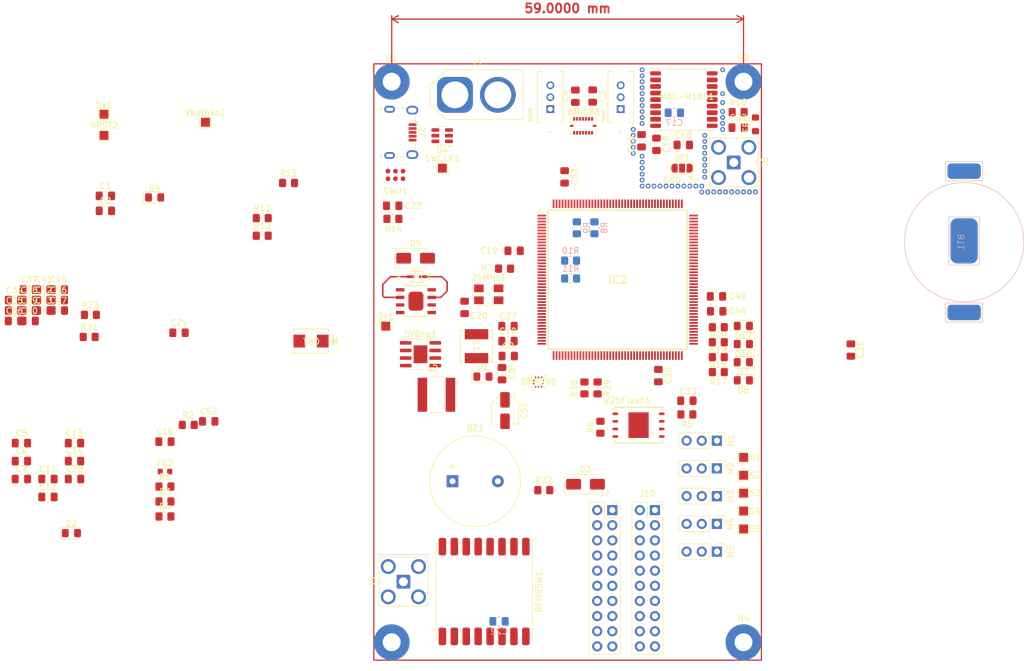
<source format=kicad_pcb>
(kicad_pcb (version 20240108) (generator "pcbnew") (generator_version "8.0")
  (layers (0 "F.Cu" signal) (1 "In1.Cu" power "GND") (2 "In2.Cu" jumper) (3 "In3.Cu" jumper) (4 "In4.Cu" power "GND2") (5 "In5.Cu" signal) (6 "In6.Cu" signal) (31 "B.Cu" signal) (34 "B.Paste" user) (35 "F.Paste" user) (36 "B.SilkS" user "B.Silkscreen") (37 "F.SilkS" user "F.Silkscreen") (38 "B.Mask" user) (39 "F.Mask" user) (44 "Edge.Cuts" user))
  (net 0 "")
  (net 1 "VBat-backup")
  (net 2 "GND")
  (net 3 "+3V3")
  (net 4 "+5V")
  (net 5 "Net-(IC2-VCAP_1)")
  (net 6 "Net-(C32-Pad1)")
  (net 7 "Net-(IC2-VCAP_2)")
  (net 8 "Net-(IC2-VCAP_3)")
  (net 9 "VDDA")
  (net 10 "Net-(D1-A)")
  (net 11 "Net-(D2-A)")
  (net 12 "5V_OUT_USB")
  (net 13 "Net-(D4-K)")
  (net 14 "Net-(D6-A)")
  (net 15 "Net-(D7-A)")
  (net 16 "Net-(D16-A)")
  (net 17 "Net-(D17-A)")
  (net 18 "Net-(J6-In)")
  (net 36 "I2C1_SCL")
  (net 38 "I2C2_SDA")
  (net 41 "I2C1_SDA")
  (net 63 "I2C2_SCL")
  (net 69 "Net-(5VReg1-EN)")
  (net 70 "Net-(D5-A)")
  (net 71 "NRST")
  (net 72 "SWCLK")
  (net 76 "VBAT")
  (net 80 "SERVO5")
  (net 82 "SERVO3")
  (net 84 "Net-(J5-In)")
  (net 85 "/GPS_!SAFEBOOT")
  (net 86 "SERVO4")
  (net 87 "SERVO2")
  (net 88 "SERVO1")
  (net 89 "BUZZER")
  (net 90 "GP_GPIO27")
  (net 91 "GP_GPIO26")
  (net 92 "GP_GPIO35")
  (net 93 "LED4")
  (net 94 "LED1")
  (net 95 "V_DETECT")
  (net 96 "GP_GPIO23")
  (net 97 "LED3")
  (net 98 "SPI5_MISO")
  (net 99 "GP_GPIO33")
  (net 100 "GP_GPIO22")
  (net 101 "GP_GPIO34")
  (net 102 "GP_GPIO19")
  (net 103 "GP_GPIO31")
  (net 104 "LED2")
  (net 105 "GP_GPIO18")
  (net 106 "UART4_TX")
  (net 107 "GP_GPIO10")
  (net 108 "SPI5_CS")
  (net 109 "GP_GPIO9")
  (net 110 "SPI5_SCK")
  (net 111 "GP_GPIO32")
  (net 112 "GP_GPIO21")
  (net 113 "I2C2_CS")
  (net 114 "/Power/NCV_RESET")
  (net 115 "/Power/DRV")
  (net 116 "/Power/BST")
  (net 117 "Net-(5VReg1-BST)")
  (net 119 "Net-(5VReg1-PGOOD)")
  (net 120 "Net-(25MHz1-Pad3)")
  (net 122 "Net-(MAX-M10S1-VCC_RF)")
  (net 138 "SPI5_MOSI")
  (net 139 "GP_GPIO25")
  (net 145 "GP_GPIO6")
  (net 146 "GP_GPIO24")
  (net 147 "GP_GPIO8")
  (net 148 "GP_GPIO20")
  (net 149 "UART4_RX")
  (net 150 "GP_GPIO28")
  (net 151 "GP_GPIO30")
  (net 152 "GP_GPIO29")
  (net 153 "GP_GPIO7")
  (net 154 "HSE_IN")
  (net 155 "INT_GYR")
  (net 156 "INT_ACC")
  (net 157 "SPI1_MISO")
  (net 158 "SPI1_SCK")
  (net 159 "SPI1_INT")
  (net 160 "SPI1_CS")
  (net 161 "SPI1_MOSI")
  (net 162 "BOOT0")
  (net 163 "SPI2_MISO")
  (net 164 "SPI3_SCK")
  (net 165 "SPI2_SCK")
  (net 166 "UART5_TX")
  (net 167 "FLASH_!WP")
  (net 168 "SPI3_CS")
  (net 169 "SPI2_!CS")
  (net 170 "SPI3_MISO")
  (net 171 "FLASH_!HOLD")
  (net 172 "SPI3_RST")
  (net 173 "SPI3_MOSI")
  (net 174 "SPI2_MOSI")
  (net 175 "GP_GPIO36")
  (net 176 "GPS_TIMEPULSE")
  (net 177 "SPI3_INT")
  (net 178 "HSE_OUT")
  (net 179 "UART5_RX")
  (net 180 "USB_D_Connector-")
  (net 181 "USB_D_Connector+")
  (net 182 "SWDIO")
  (net 183 "USB_D+")
  (net 184 "USB_D-")
  (net 185 "SWO")
  (net 186 "/Power/5v_sw")
  (net 187 "Net-(D3-A)")
  (net 188 "Net-(3v3Reg1-SW)")
  (footprint "BMI088:PQFN50P450X300X100-16N" (layer "F.Cu") (at 157.6 66.4)
    (property "Reference" "BMI088")
    (property "Value" "BMI088")
  )
  (footprint "Package_TO_SOT_SMD:SOT-23-6" (layer "F.Cu") (at 133.9625 68.05 180)
    (property "Reference" "U4")
    (property "Value" "USBLC6-2SC6")
  )
  (footprint "Connector_PinHeader_2.54mm:PinHeader_1x03_P2.54mm_Vertical" (layer "F.Cu") (at 180.04 119.2 -90)
    (property "Reference" "M1")
    (property "Value" "SERVO1")
  )
  (footprint "Inductor_SMD:L_0603_1608Metric" (layer "F.Cu") (at 87.471 124.38)
    (property "Reference" "FB2")
    (property "Value" "FCM1608KF-601T05")
  )
  (footprint "Capacitor_SMD:C_0805_2012Metric_Pad1.18x1.45mm_HandSolder" (layer "F.Cu") (at 146.025 87.35 180)
    (property "Reference" "C19")
    (property "Value" "100nF")
  )
  (footprint "TestPoint:TestPoint_Pad_1.5x1.5mm" (layer "F.Cu") (at 184.515 122)
    (property "Reference" "S1")
    (property "Value" "SERVO1")
  )
  (footprint "Capacitor_SMD:C_0805_2012Metric_Pad1.18x1.45mm_HandSolder" (layer "F.Cu") (at 145 100)
    (property "Reference" "C27")
    (property "Value" "1uF")
  )
  (footprint "Resistor_SMD:R_0805_2012Metric_Pad1.20x1.40mm_HandSolder" (layer "F.Cu") (at 108.201 75.98)
    (property "Reference" "R15")
    (property "Value" "10k")
  )
  (footprint "W25N01GVZEIG_TR:SON127P800X600X80-9N" (layer "F.Cu") (at 166.895 116.595)
    (property "Reference" "W25Flash1")
    (property "Value" "W25N01GVZEIG_TR")
  )
  (footprint "Capacitor_SMD:C_0805_2012Metric_Pad1.18x1.45mm_HandSolder" (layer "F.Cu") (at 179.9625 95)
    (property "Reference" "C49")
    (property "Value" "100nF")
  )
  (footprint "Capacitor_SMD:C_0805_2012Metric_Pad1.18x1.45mm_HandSolder" (layer "F.Cu") (at 125.6625 79.8)
    (property "Reference" "C23")
    (property "Value" "100nF")
  )
  (footprint "MountingHole:MountingHole_3mm_Pad" (layer "F.Cu") (at 125.5 59)
    (property "Reference" "H1")
    (property "Value" "MountingHole_Pad")
  )
  (footprint "Capacitor_SMD:C_0805_2012Metric_Pad1.18x1.45mm_HandSolder" (layer "F.Cu") (at 169.9 69.5 -90)
    (property "Reference" "C18")
    (property "Value" "10uF")
  )
  (footprint "Capacitor_SMD:C_0805_2012Metric_Pad1.18x1.45mm_HandSolder" (layer "F.Cu") (at 67.851 128.64)
    (property "Reference" "C12")
    (property "Value" "10 uF")
  )
  (footprint "Connector:Tag-Connect_TC2030-IDC-NL_2x03_P1.27mm_Vertical" (layer "F.Cu") (at 126.13 74.635)
    (property "Reference" "SWD1")
    (property "Value" "Conn_ARM_SWD_TagConnect_TC2030-NL")
  )
  (footprint "NCV891330PD33R2G:SOIC8_3P9X4P9_ONS" (layer "F.Cu") (at 129.5584 95.805)
    (property "Reference" "3v3Reg1" (hide yes))
    (property "Value" "NCV891330PD33R2G")
  )
  (footprint "Connector_Coaxial:SMA_Amphenol_901-143_Horizontal" (layer "F.Cu") (at 182.86 72.54 180)
    (property "Reference" "J6")
    (property "Value" "Conn_Coaxial")
    (fp_line (start 4.3 -4.5) (end -4.3 -4.5) (stroke (width 0.1)) (layer "Edge.Cuts"))
  )
  (footprint "Capacitor_SMD:C_0805_2012Metric_Pad1.18x1.45mm_HandSolder" (layer "F.Cu") (at 62.2435 95.62)
    (property "Reference" "C34")
    (property "Value" "100nF")
  )
  (footprint "LED_SMD:LED_0805_2012Metric_Pad1.15x1.40mm_HandSolder" (layer "F.Cu") (at 184.475 109.08 180)
    (property "Reference" "D6")
    (property "Value" "G-STATUS1")
  )
  (footprint "TestPoint:TestPoint_Pad_1.5x1.5mm" (layer "F.Cu") (at 184.515 125)
    (property "Reference" "S2")
    (property "Value" "SERVO2")
  )
  (footprint "Connector_PinHeader_2.54mm:PinHeader_1x03_P2.54mm_Vertical" (layer "F.Cu") (at 180.04 128.5 -90)
    (property "Reference" "M3")
    (property "Value" "SERVO3")
  )
  (footprint "Capacitor_SMD:C_0805_2012Metric_Pad1.18x1.45mm_HandSolder" (layer "F.Cu") (at 64.6935 95.62)
    (property "Reference" "C38")
    (property "Value" "100nF")
  )
  (footprint "TestPoint:TestPoint_Pad_1.5x1.5mm" (layer "F.Cu") (at 94.2685 65.8)
    (property "Reference" "Vbatbkp1")
    (property "Value" "Vbckp")
  )
  (footprint "Connector_PinHeader_2.54mm:PinHeader_1x03_P2.54mm_Vertical" (layer "F.Cu") (at 180.04 123.85 -90)
    (property "Reference" "M2")
    (property "Value" "SERVO2")
  )
  (footprint "Capacitor_SMD:C_0805_2012Metric_Pad1.18x1.45mm_HandSolder" (layer "F.Cu") (at 144 107.9625 -90)
    (property "Reference" "C8")
    (property "Value" "10 uF")
  )
  (footprint "MountingHole:MountingHole_3mm_Pad" (layer "F.Cu") (at 125.5 153)
    (property "Reference" "H3")
    (property "Value" "MountingHole_Pad")
  )
  (footprint "Connector_USB:USB_Micro-B_Wuerth_629105150521" (layer "F.Cu") (at 127.1 67.5 -90)
    (property "Reference" "J2")
    (property "Value" "USB_B_Micro")
  )
  (footprint "Capacitor_SMD:C_0805_2012Metric_Pad1.18x1.45mm_HandSolder" (layer "F.Cu") (at 159.2 61.4 90)
    (property "Reference" "C3")
    (property "Value" "100 nF")
  )
  (footprint "Capacitor_SMD:C_0805_2012Metric_Pad1.18x1.45mm_HandSolder" (layer "F.Cu") (at 69.5935 97.37)
    (property "Reference" "C47")
    (property "Value" "100nF")
  )
  (footprint "Capacitor_SMD:C_0805_2012Metric_Pad1.18x1.45mm_HandSolder" (layer "F.Cu") (at 63.401 125.63)
    (property "Reference" "C7")
    (property "Value" ".1 uF")
  )
  (footprint "OS102011MS2QN1:SW_OS102011MS2QN1" (layer "F.Cu") (at 163.9 61.6 90)
    (property "Reference" "NRST1")
    (property "Value" "OS102011MS2QN1")
  )
  (footprint "Capacitor_SMD:C_0805_2012Metric_Pad1.18x1.45mm_HandSolder" (layer "F.Cu") (at 72.301 119.61)
    (property "Reference" "C13")
    (property "Value" "0.1 uF")
  )
  (footprint "LED_SMD:LED_0805_2012Metric_Pad1.15x1.40mm_HandSolder" (layer "F.Cu") (at 140.8 108.45)
    (property "Reference" "D1")
    (property "Value" "GREEN-3v3")
  )
  (footprint "Crystal:Crystal_SMD_5032-4Pin_5.0x3.2mm" (layer "F.Cu") (at 141.775 94.65)
    (property "Reference" "25MHz1")
    (property "Value" "25MHz-X503225MSB4SI")
  )
  (footprint "Resistor_SMD:R_0805_2012Metric_Pad1.20x1.40mm_HandSolder" (layer "F.Cu") (at 180.275 105.195 180)
    (property "Reference" "R18")
    (property "Value" "200")
  )
  (footprint "Capacitor_SMD:C_0805_2012Metric_Pad1.18x1.45mm_HandSolder" (layer "F.Cu") (at 67.1435 93.87)
    (property "Reference" "C41")
    (property "Value" "100nF")
  )
  (footprint "Connector_PinHeader_2.54mm:PinHeader_1x03_P2.54mm_Vertical" (layer "F.Cu") (at 180.04 137.8 -90)
    (property "Reference" "M5")
    (property "Value" "SERVO5")
  )
  (footprint "TestPoint:TestPoint_Pad_1.5x1.5mm" (layer "F.Cu") (at 184.515 134)
    (property "Reference" "S5")
    (property "Value" "SERVO5")
  )
  (footprint "Diode_SMD:D_SMA" (layer "F.Cu") (at 129.5 88.6)
    (property "Reference" "D5")
    (property "Value" "B150-E3")
  )
  (footprint "Resistor_SMD:R_0805_2012Metric_Pad1.20x1.40mm_HandSolder" (layer "F.Cu") (at 175 114.8 180)
    (property "Reference" "R5")
    (property "Value" "10k")
  )
  (footprint "BMP390:10LGA_2X2X0p75_BOS" (layer "F.Cu") (at 150.125001 109.3626)
    (property "Reference" "BMP390")
    (property "Value" "BMP390")
  )
  (footprint "LED_SMD:LED_0805_2012Metric_Pad1.15x1.40mm_HandSolder" (layer "F.Cu") (at 85.741 78.405)
    (property "Reference" "D4")
    (property "Value" "YELLOW")
  )
  (footprint "Resistor_SMD:R_0805_2012Metric_Pad1.20x1.40mm_HandSolder" (layer "F.Cu") (at 103.791 81.88)
    (property "Reference" "R12")
    (property "Value" "10k")
  )
  (footprint "RF_Module:HOPERF_RFM9XW_SMD" (layer "F.Cu") (at 141 144.5 -90)
    (property "Reference" "RFM95W1")
    (property "Value" "RFM95W-915S2")
  )
  (footprint "TestPoint:TestPoint_Pad_1.5x1.5mm" (layer "F.Cu") (at 77.251 64.46)
    (property "Reference" "5v1")
    (property "Value" "5V")
  )
  (footprint "Capacitor_SMD:C_0805_2012Metric_Pad1.18x1.45mm_HandSolder" (layer "F.Cu") (at 64.6935 93.87)
    (property "Reference" "C37")
    (property "Value" "100nF")
  )
  (footprint "Connector_AMASS:AMASS_XT60-M_1x02_P7.20mm_Vertical" (layer "F.Cu") (at 136.1 61.2)
    (property "Reference" "J3")
    (property "Value" "XT60-M")
  )
  (footprint "Jumper:SolderJumper-3_P1.3mm_Open_RoundedPad1.0x1.5mm_NumberLabels" (layer "F.Cu") (at 174.2 73.5)
    (property "Reference" "JP1")
    (property "Value" "SolderJumper_3_Open")
  )
  (footprint "Resistor_SMD:R_0805_2012Metric_Pad1.20x1.40mm_HandSolder" (layer "F.Cu") (at 74.7685 101.8)
    (property "Reference" "R21")
    (property "Value" "0 ")
  )
  (footprint "NR6028T4R7M:IND_NR6028T4R7M" (layer "F.Cu") (at 133 111.5)
    (property "Reference" "L2")
    (property "Value" "NR6028T4R7M")
  )
  (footprint "LED_SMD:LED_0805_2012Metric_Pad1.15x1.40mm_HandSolder" (layer "F.Cu") (at 71.781 134.705)
    (property "Reference" "D2")
    (property "Value" "RED-5V")
  )
  (footprint "LIB_STM32H755IIT6:QFP50P2600X2600X160-176N" (layer "F.Cu") (at 163.4 92.2)
    (property "Reference" "IC2")
    (property "Value" "STM32H755IIT6" (hide yes))
  )
  (footprint "MountingHole:MountingHole_3mm_Pad" (layer "F.Cu") (at 184.5 59)
    (property "Reference" "H2")
    (property "Value" "MountingHole_Pad")
  )
  (footprint "Capacitor_SMD:C_0805_2012Metric_Pad1.18x1.45mm_HandSolder" (layer "F.Cu") (at 62.2435 97.37)
    (property "Reference" "C35")
    (property "Value" "100nF")
  )
  (footprint "Package_SO:SOIC-8-1EP_3.9x4.9mm_P1.27mm_EP2.29x3mm" (layer "F.Cu") (at 130.325 104.705)
    (property "Reference" "5VReg1")
    (property "Value" "ADP2303ARDZ-5.0")
  )
  (footprint "Capacitor_SMD:C_0805_2012Metric_Pad1.18x1.45mm_HandSolder" (layer "F.Cu") (at 87.471 119.36)
    (property "Reference" "C15")
    (property "Value" "1 uF")
  )
  (footprint "Diode_SMD:D_SMA" (layer "F.Cu") (at 158 126.5)
    (property "Reference" "D3")
    (property "Value" "B150-E3")
  )
  (footprint "Capacitor_SMD:C_0805_2012Metric_Pad1.18x1.45mm_HandSolder" (layer "F.Cu") (at 154.5 74.9625 -90)
    (property "Reference" "C53")
    (property "Value" "2.2 uF")
  )
  (footprint "TestPoint:TestPoint_Pad_1.5x1.5mm" (layer "F.Cu") (at 184.515 131)
    (property "Reference" "S4")
    (property "Value" "SERVO4")
  )
  (footprint "Capacitor_SMD:C_0805_2012Metric_Pad1.18x1.45mm_HandSolder" (layer "F.Cu") (at 64.6935 97.37)
    (property "Reference" "C39")
    (property "Value" "100nF")
  )
  (footprint "Resistor_SMD:R_0805_2012Metric_Pad1.20x1.40mm_HandSolder" (layer "F.Cu") (at 151 127.5)
    (property "Reference" "R22")
    (property "Value" "0 ")
  )
  (footprint "Capacitor_SMD:C_0805_2012Metric_Pad1.18x1.45mm_HandSolder" (layer "F.Cu") (at 167.4 68.9 -90)
    (property "Reference" "C16")
    (property "Value" "1uF")
  )
  (footprint "Resistor_SMD:R_0805_2012Metric_Pad1.20x1.40mm_HandSolder" (layer "F.Cu") (at 87.471 126.89)
    (property "Reference" "R1")
    (property "Value" "10k")
  )
  (footprint "bas16ht1g:SOD_16HT1G_ONS" (layer "F.Cu") (at 129.7287 91.7 180)
    (property "Reference" "U1")
    (property "Value" "BAS16HT1G")
  )
  (footprint "Resistor_SMD:R_0805_2012Metric_Pad1.20x1.40mm_HandSolder" (layer "F.Cu") (at 91.381 116.56)
    (property "Reference" "R2")
    (property "Value" "100k")
  )
  (footprint "Capacitor_SMD:C_0805_2012Metric_Pad1.18x1.45mm_HandSolder" (layer "F.Cu") (at 94.811 115.96)
    (property "Reference" "C52")
    (property "Value" "100nF")
  )
  (footprint "Capacitor_SMD:C_0805_2012Metric_Pad1.18x1.45mm_HandSolder" (layer "F.Cu") (at 170.225 108.2875 -90)
    (property "Reference" "C30")
    (property "Value" "2.2uF")
  )
  (footprint "Capacitor_SMD:C_0805_2012Metric_Pad1.18x1.45mm_HandSolder" (layer "F.Cu") (at 67.1435 97.37)
    (property "Reference" "C43")
    (property "Value" "100nF")
  )
  (footprint "ssb43:DIODE_DO214AA_MBRS" (layer "F.Cu") (at 111.9685 102.5 180)
    (property "Reference" "CR1")
    (property "Value" "SSB43L-E3/52T")
  )
  (footprint "Connector_PinSocket_2.54mm:PinSocket_2x10_P2.54mm_Vertical" (layer "F.Cu") (at 169.65 130.84)
    (property "Reference" "J10")
    (property "Value" "Conn_02x10_Top_Bottom")
  )
  (footprint "Resistor_SMD:R_0805_2012Metric_Pad1.20x1.40mm_HandSolder" (layer "F.Cu") (at 87.471 129.4)
    (property "Reference" "R3")
    (property "Value" "100")
  )
  (footprint "NRS5030T3:IND_NRS5030_TAY" (layer "F.Cu") (at 139.725 103.35 -90)
    (property "Reference" "L1")
    (property "Value" "3.3 uH")
  )
  (footprint "Capacitor_SMD:C_0805_2012Metric_Pad1.18x1.45mm_HandSolder" (layer "F.Cu") (at 67.851 125.63)
    (property "Reference" "C11")
    (property "Value" ".1 uF")
  )
  (footprint "Capacitor_SMD:C_0805_2012Metric_Pad1.18x1.45mm_HandSolder" (layer "F.Cu") (at 77.481 78.14)
    (property "Reference" "C1")
    (property "Value" "100nF")
  )
  (footprint "Capacitor_SMD:C_0805_2012Metric_Pad1.18x1.45mm_HandSolder" (layer "F.Cu") (at 69.5935 93.87)
    (property "Reference" "C45")
    (property "Value" "100nF")
  )
  (footprint "Resistor_SMD:R_0805_2012Metric_Pad1.20x1.40mm_HandSolder" (layer "F.Cu") (at 180.275 100.175 180)
    (property "Reference" "R20")
    (property "Value" "200")
  )
  (footprint "Buzzer_Beeper:Buzzer_15x7.5RM7.6" (layer "F.Cu") (at 135.7 126)
    (property "Reference" "BZ1")
    (property "Value" "Buzzer")
  )
  (footprint "Resistor_SMD:R_0805_2012Metric_Pad1.20x1.40mm_HandSolder" (layer "F.Cu") (at 180.275 107.705 180)
    (property "Reference" "R17")
    (property "Value" "200")
  )
  (footprint "Capacitor_SMD:C_0805_2012Metric_Pad1.18x1.45mm_HandSolder" (layer "F.Cu") (at 174.4 69.6)
    (property "Reference" "C48")
    (property "Value" "2.2uF")
  )
  (footprint "Capacitor_SMD:C_0805_2012Metric_Pad1.18x1.45mm_HandSolder" (layer "F.Cu") (at 175 112.5)
    (property "Reference" "C33")
    (property "Value" "100nF")
  )
  (footprint "MountingHole:MountingHole_3mm_Pad" (layer "F.Cu") (at 184.5 153)
    (property "Reference" "H4")
    (property "Value" "MountingHole_Pad")
  )
  (footprint "Connector_PinHeader_2.54mm:PinHeader_1x03_P2.54mm_Vertical" (layer "F.Cu") (at 180.04 133.15 -90)
    (property "Reference" "M4")
    (property "Value" "SERVO4")
  )
  (footprint "Connector_Coaxial:SMA_Amphenol_901-143_Horizontal" (layer "F.Cu") (at 127.46 142.85)
    (property "Reference" "J5")
    (property "Value" "Conn_Coaxial")
    (fp_line (start 4.3 -4.5) (end -4.3 -4.5) (stroke (width 0.1)) (layer "Edge.Cuts"))
  )
  (footprint "Capacitor_SMD:C_0805_2012Metric_Pad1.18x1.45mm_HandSolder" (layer "F.Cu") (at 64.6935 99.12)
    (property "Reference" "C40")
    (property "Value" "100nF")
  )
  (footprint "Capacitor_SMD:C_0805_2012Metric_Pad1.18x1.45mm_HandSolder" (layer "F.Cu") (at 202.5 104 -90)
    (property "Reference" "C31")
    (property "Value" "10 uF")
  )
  (footprint "Capacitor_SMD:C_0805_2012Metric_Pad1.18x1.45mm_HandSolder" (layer "F.Cu") (at 63.401 119.61)
    (property "Reference" "C5")
    (property "Value" "4.7 uF")
  )
  (footprint "OS102011MS2QN1:SW_OS102011MS2QN1" (layer "F.Cu") (at 152.1 61.6 90)
    (property "Reference" "BOOT0")
    (property "Value" "OS102011MS2QN1")
  )
  (footprint "TestPoint:TestPoint_Pad_1.5x1.5mm" (layer "F.Cu") (at 134 73.5)
    (property "Reference" "SWCLK1")
    (property "Value" "SWCLK")
  )
  (footprint "Capacitor_SMD:C_0805_2012Metric_Pad1.18x1.45mm_HandSolder" (layer "F.Cu") (at 63.401 122.62)
    (property "Reference" "C6")
    (property "Value" ".1 uF")
  )
  (footprint "RF_GPS:ublox_MAX" (layer "F.Cu") (at 174.5 62)
    (property "Reference" "MAX-M10S1")
    (property "Value" "MAX-M10S")
  )
  (footprint "Inductor_SMD:L_0805_2012Metric_Pad1.05x1.20mm_HandSolder" (layer "F.Cu") (at 186.5 66.15 90)
    (property "Reference" "FB1")
    (property "Value" "2.66")
  )
  (footprint "Resistor_SMD:R_0805_2012Metric_Pad1.20x1.40mm_HandSolder" (layer "F.Cu") (at 144.425 90.35 180)
    (property "Reference" "R7")
    (property "Value" "47")
  )
  (footprint "Resistor_SMD:R_0805_2012Metric_Pad1.20x1.40mm_HandSolder" (layer "F.Cu") (at 183.6 64.1)
    (property "Reference" "R16")
    (property "Value" "33")
  )
  (footprint "LED_SMD:LED_0805_2012Metric_Pad1.15x1.40mm_HandSolder" (layer "F.Cu") (at 184.475 106.04 180)
    (property "Reference" "D7")
    (property "Value" "O-STATUS2")
  )
  (footprint "Connector_PinSocket_2.54mm:PinSocket_2x10_P2.54mm_Vertical" (layer "F.Cu") (at 162.5 130.84)
    (property "Reference" "J7")
    (property "Value" "Conn_02x10_Top_Bottom")
  )
  (footprint "Capacitor_SMD:C_0805_2012Metric_Pad1.18x1.45mm_HandSolder" (layer "F.Cu") (at 156.3 61.4375 90)
    (property "Reference" "C4")
    (property "Value" "100 nF")
  )
  (footprint "LED_SMD:LED_0805_2012Metric_Pad1.15x1.40mm_HandSolder" (layer "F.Cu") (at 184.475 99.96 180)
    (property "Reference" "D17")
    (property "Value" "R-STATUS4")
  )
  (footprint "Capacitor_SMD:C_0805_2012Metric_Pad1.18x1.45mm_HandSolder" (layer "F.Cu") (at 145 102.5)
    (property "Reference" "C10")
    (property "Value" "10 uF")
  )
  (footprint "Capacitor_SMD:C_0805_2012Metric_Pad1.18x1.45mm_HandSolder" (layer "F.Cu") (at 183.6 66.7)
    (property "Reference" "C32")
    (property "Value" "47pF")
  )
  (footprint "Resistor_SMD:R_0805_2012Metric_Pad1.20x1.40mm_HandSolder" (layer "F.Cu") (at 157.825 110.35 -90)
    (property "Reference" "R28")
    (property "Value" "1M")
  )
  (footprint "Capacitor_SMD:C_0805_2012Metric_Pad1.18x1.45mm_HandSolder" (layer "F.Cu") (at 77.481 80.65)
    (property "Reference" "C2")
    (property "Value" "100nF")
  )
  (footprint "TestPoint:TestPoint_Pad_1.5x1.5mm" (layer "F.Cu") (at 77.251 68.01)
    (property "Reference" "NRST2")
    (property "Value" "NRST")
  )
  (footprint "Capacitor_SMD:C_0805_2012Metric_Pad1.18x1.45mm_HandSolder" (layer "F.Cu") (at 67.1435 95.62)
    (property "Reference" "C42")
    (property "Value" "100nF")
  )
  (footprint "Capacitor_SMD:CP_Elec_4x5.4" (layer "F.Cu") (at 144.5 114.15 -90)
    (property "Reference" "C51")
    (property "Value" "1uF")
  )
  (footprint "Resistor_SMD:R_0805_2012Metric_Pad1.20x1.40mm_HandSolder" (layer "F.Cu") (at 87.471 131.91)
    (property "Reference" "R4")
    (property "Value" "200")
  )
  (footprint "Resistor_SMD:R_0805_2012Metric_Pad1.20x1.40mm_HandSolder" (layer "F.Cu") (at 103.791 84.83)
    (property "Reference" "R13")
    (property "Value" "100")
  )
  (footprint "Capacitor_SMD:C_0805_2012Metric_Pad1.18x1.45mm_HandSolder" (layer "F.Cu") (at 69.5935 95.62)
    (property "Reference" "C46")
    (property "Value" "100nF")
  )
  (footprint "Resistor_SMD:R_0805_2012Metric_Pad1.20x1.40mm_HandSolder" (layer "F.Cu") (at 125.7 82)
    (property "Reference" "R14")
    (property "Value" "10k")
  )
  (footprint "Resistor_SMD:R_0805_2012Metric_Pad1.20x1.40mm_HandSolder" (layer "F.Cu") (at 160.025 110.35 -90)
    (property "Reference" "R29")
    (property "Value" "100k")
  )
  (footprint "Resistor_SMD:R_0805_2012Metric_Pad1.20x1.40mm_HandSolder" (layer "F.Cu") (at 160.5 116.95 90)
    (property "Reference" "R6")
    (property "Value" "10k")
  )
  (footprint "Capacitor_SMD:C_0805_2012Metric_Pad1.18x1.45mm_HandSolder" (layer "F.Cu") (at 89.831 101.1)
    (property "Reference" "C21")
    (property "Value" "12pF")
  )
  (footprint "Resistor_SMD:R_0805_2012Metric_Pad1.20x1.40mm_HandSolder" (layer "F.Cu") (at 180.275 102.685 180)
    (property "Reference" "R19")
    (property "Value" "200")
  )
  (footprint "TestPoint:TestPoint_Pad_1.5x1.5mm" (layer "F.Cu") (at 124.5 100)
    (property "Reference" "3v1")
    (property "Value" "3v3")
  )
  (footprint "Capacitor_SMD:C_0805_2012Metric_Pad1.18x1.45mm_HandSolder" (layer "F.Cu") (at 72.301 122.62)
    (property "Reference" "C14")
    (property "Value" "47 uF")
  )
  (footprint "Capacitor_SMD:C_0805_2012Metric_Pad1.18x1.45mm_HandSolder" (layer "F.Cu") (at 72.301 125.63)
    (property "Reference" "C28")
    (property "Value" "10 uF")
  )
  (footprint "Capacitor_SMD:C_0805_2012Metric_Pad1.18x1.45mm_HandSolder" (layer "F.Cu") (at 180 97.5)
    (property "Reference" "C44")
    (property "Value" "100nF")
  )
  (footprint "Resistor_SMD:R_0805_2012Metric_Pad1.20x1.40mm_HandSolder" (layer "F.Cu") (at 74.9685 98.1)
    (property "Reference" "R23")
    (property "Value" "0 ")
  )
  (footprint "LED_SMD:LED_0805_2012Metric_Pad1.15x1.40mm_HandSolder" (layer "F.Cu") (at 184.475 103 180)
    (property "Reference" "D16")
    (property "Value" "B-STATUS3")
  )
  (footprint "TestPoint:TestPoint_Pad_1.5x1.5mm" (layer "F.Cu") (at 184.515 128)
    (property "Reference" "S3")
    (property "Value" "SERVO3")
  )
  (footprint "Capacitor_SMD:C_0805_2012Metric_Pad1.18x1.45mm_HandSolder" (layer "F.Cu") (at 145.0375 105)
    (property "Reference" "C9")
    (property "Value" "10 uF")
  )
  (footprint "Capacitor_SMD:C_0805_2012Metric_Pad1.18x1.45mm_HandSolder" (layer "F.Cu") (at 62.2435 99.12)
    (property "Reference" "C36")
    (property "Value" "100nF")
  )
  (footprint "Capacitor_SMD:C_0805_2012Metric_Pad1.18x1.45mm_HandSolder" (layer "F.Cu") (at 137.725 96.85 -90)
    (property "Reference" "C20")
    (property "Value" "12pF")
  )
  (footprint "Resistor_SMD:R_0805_2012Metric_Pad1.20x1.40mm_HandSolder" (layer "B.Cu") (at 155.5 92 180)
    (property "Reference" "R11")
    (property "Value" "4.7k")
  )
  (footprint "cr-2032:cr 2032 holder" (layer "B.Cu") (at 221.5 85.9 -90)
    (property "Reference" "BT1")
    (property "Value" "CR-2032")
  )
  (footprint "Resistor_SMD:R_0805_2012Metric_Pad1.20x1.40mm_HandSolder" (layer "B.Cu") (at 156.55 83.5 90)
    (property "Reference" "R9")
    (property "Value" "4.7k")
  )
  (footprint "Capacitor_SMD:C_0805_2012Metric_Pad1.18x1.45mm_HandSolder" (layer "B.Cu") (at 143.5 149.5)
    (property "Reference" "C22")
    (property "Value" "10uF")
  )
  (footprint "Capacitor_SMD:C_0805_2012Metric_Pad1.18x1.45mm_HandSolder" (layer "B.Cu") (at 172.9 64.2)
    (property "Reference" "C17")
    (property "Value" "1uF")
  )
  (footprint "Resistor_SMD:R_0805_2012Metric_Pad1.20x1.40mm_HandSolder" (layer "B.Cu") (at 159.5 83.5 90)
    (property "Reference" "R8")
    (property "Value" "4.7k")
  )
  (footprint "Resistor_SMD:R_0805_2012Metric_Pad1.20x1.40mm_HandSolder" (layer "B.Cu") (at 155.5 89 180)
    (property "Reference" "R10")
    (property "Value" "4.7k")
  )
  (gr_rect (start 122.5 56) (end 187.5 156) (stroke (width 0.2)) (fill none) (layer "F.Cu") (net 2))
  (dimension (type aligned) (layer "F.Cu") (pts (xy 125.5 59) (xy 184.5 59)) (height -10.5) (gr_text "59.0000 mm" (at 155 46.7 0) (layer "F.Cu") (effects (font (size 1.5 1.5) (thickness 0.3)))) (format (prefix "") (suffix "") (units 3) (units_format 1) (precision 4)) (style (thickness 0.2) (arrow_length 1.27) (text_position_mode 0) (extension_height 0.58642) (extension_offset 0.5) keep_text_aligned))
  (via (at 167.5 62) (size 0.8) (drill 0.4) (layers "F.Cu" "B.Cu") (net 0))
  (via (at 184.5 77.5) (size 0.8) (drill 0.4) (layers "F.Cu" "B.Cu") (net 0))
  (via (at 178 75) (size 0.8) (drill 0.4) (layers "F.Cu" "B.Cu") (net 0))
  (via (at 166 69) (size 0.8) (drill 0.4) (layers "F.Cu" "B.Cu") (net 0))
  (via (at 172.5 76.5) (size 0.8) (drill 0.4) (layers "F.Cu" "B.Cu") (net 0))
  (via (at 166 67) (size 0.8) (drill 0.4) (layers "F.Cu" "B.Cu") (net 0))
  (via (at 183.5 77.5) (size 0.8) (drill 0.4) (layers "F.Cu" "B.Cu") (net 0))
  (via (at 166 70) (size 0.8) (drill 0.4) (layers "F.Cu" "B.Cu") (net 0))
  (via (at 174.5 76.5) (size 0.8) (drill 0.4) (layers "F.Cu" "B.Cu") (net 0))
  (via (at 181 61) (size 0.8) (drill 0.4) (layers "F.Cu" "B.Cu") (net 0))
  (via (at 177.5 76.5) (size 0.8) (drill 0.4) (layers "F.Cu" "B.Cu") (net 0))
  (via (at 181.5 77.5) (size 0.8) (drill 0.4) (layers "F.Cu" "B.Cu") (net 0))
  (via (at 178.5 77.5) (size 0.8) (drill 0.4) (layers "F.Cu" "B.Cu") (net 0))
  (via (at 178 72) (size 0.8) (drill 0.4) (layers "F.Cu" "B.Cu") (net 0))
  (via (at 178 70) (size 0.8) (drill 0.4) (layers "F.Cu" "B.Cu") (net 0))
  (via (at 178 71) (size 0.8) (drill 0.4) (layers "F.Cu" "B.Cu") (net 0))
  (via (at 181 66) (size 0.8) (drill 0.4) (layers "F.Cu" "B.Cu") (net 0))
  (via (at 167.5 65) (size 0.8) (drill 0.4) (layers "F.Cu" "B.Cu") (net 0))
  (via (at 173.5 76.5) (size 0.8) (drill 0.4) (layers "F.Cu" "B.Cu") (net 0))
  (via (at 166 68) (size 0.8) (drill 0.4) (layers "F.Cu" "B.Cu") (net 0))
  (via (at 175.5 76.5) (size 0.8) (drill 0.4) (layers "F.Cu" "B.Cu") (net 0))
  (via (at 167.5 60) (size 0.8) (drill 0.4) (layers "F.Cu" "B.Cu") (net 0))
  (via (at 180.5 77.5) (size 0.8) (drill 0.4) (layers "F.Cu" "B.Cu") (net 0))
  (via (at 181 64) (size 0.8) (drill 0.4) (layers "F.Cu" "B.Cu") (net 0))
  (via (at 166 71) (size 0.8) (drill 0.4) (layers "F.Cu" "B.Cu") (net 0))
  (via (at 181 67) (size 0.8) (drill 0.4) (layers "F.Cu" "B.Cu") (net 0))
  (via (at 186.5 77.5) (size 0.8) (drill 0.4) (layers "F.Cu" "B.Cu") (net 0))
  (via (at 177.5 77.5) (size 0.8) (drill 0.4) (layers "F.Cu" "B.Cu") (net 0))
  (via (at 167.5 66) (size 0.8) (drill 0.4) (layers "F.Cu" "B.Cu") (net 0))
  (via (at 167.5 72.5) (size 0.8) (drill 0.4) (layers "F.Cu" "B.Cu") (net 0))
  (via (at 167.5 59) (size 0.8) (drill 0.4) (layers "F.Cu" "B.Cu") (net 0))
  (via (at 168.5 76.5) (size 0.8) (drill 0.4) (layers "F.Cu" "B.Cu") (net 0))
  (via (at 167.5 74.5) (size 0.8) (drill 0.4) (layers "F.Cu" "B.Cu") (net 0))
  (via (at 167.5 64) (size 0.8) (drill 0.4) (layers "F.Cu" "B.Cu") (net 0))
  (via (at 167.5 57) (size 0.8) (drill 0.4) (layers "F.Cu" "B.Cu") (net 0))
  (via (at 171.5 76.5) (size 0.8) (drill 0.4) (layers "F.Cu" "B.Cu") (net 0))
  (via (at 170.5 76.5) (size 0.8) (drill 0.4) (layers "F.Cu" "B.Cu") (net 0))
  (via (at 181 57) (size 0.8) (drill 0.4) (layers "F.Cu" "B.Cu") (net 0))
  (via (at 176.5 76.5) (size 0.8) (drill 0.4) (layers "F.Cu" "B.Cu") (net 0))
  (via (at 178 68) (size 0.8) (drill 0.4) (layers "F.Cu" "B.Cu") (net 0))
  (via (at 185.5 77.5) (size 0.8) (drill 0.4) (layers "F.Cu" "B.Cu") (net 0))
  (via (at 178 74) (size 0.8) (drill 0.4) (layers "F.Cu" "B.Cu") (net 0))
  (via (at 167.5 58) (size 0.8) (drill 0.4) (layers "F.Cu" "B.Cu") (net 0))
  (via (at 167.5 71.5) (size 0.8) (drill 0.4) (layers "F.Cu" "B.Cu") (net 0))
  (via (at 178 69) (size 0.8) (drill 0.4) (layers "F.Cu" "B.Cu") (net 0))
  (via (at 181 62.5) (size 0.8) (drill 0.4) (layers "F.Cu" "B.Cu") (net 0))
  (via (at 167.5 61) (size 0.8) (drill 0.4) (layers "F.Cu" "B.Cu") (net 0))
  (via (at 182.5 77.5) (size 0.8) (drill 0.4) (layers "F.Cu" "B.Cu") (net 0))
  (via (at 181 65) (size 0.8) (drill 0.4) (layers "F.Cu" "B.Cu") (net 0))
  (via (at 167.5 73.5) (size 0.8) (drill 0.4) (layers "F.Cu" "B.Cu") (net 0))
  (via (at 178 73) (size 0.8) (drill 0.4) (layers "F.Cu" "B.Cu") (net 0))
  (via (at 167.5 63) (size 0.8) (drill 0.4) (layers "F.Cu" "B.Cu") (net 0))
  (via (at 169.5 76.5) (size 0.8) (drill 0.4) (layers "F.Cu" "B.Cu") (net 0))
  (via (at 179.5 77.5) (size 0.8) (drill 0.4) (layers "F.Cu" "B.Cu") (net 0))
  (via (at 167.5 75.5) (size 0.8) (drill 0.4) (layers "F.Cu" "B.Cu") (net 0))
  (via (at 167.5 76.5) (size 0.8) (drill 0.4) (layers "F.Cu" "B.Cu") (net 0))
  (segment (start 124 93) (end 124 94.9) (width 0.25) (layer "F.Cu") (net 115))
  (segment (start 124 94.9) (end 124.27 95.17) (width 0.25) (layer "F.Cu") (net 115))
  (segment (start 125.3 91.7) (end 124 93) (width 0.25) (layer "F.Cu") (net 115))
  (segment (start 128.7 91.7) (end 125.3 91.7) (width 0.25) (layer "F.Cu") (net 115))
  (segment (start 124.27 95.17) (end 126.9168 95.17) (width 0.25) (layer "F.Cu") (net 115))
  (segment (start 134.8 92.6) (end 134.8 94.1) (width 0.25) (layer "F.Cu") (net 116))
  (segment (start 130.7574 91.7) (end 133.9 91.7) (width 0.25) (layer "F.Cu") (net 116))
  (segment (start 134.8 94.1) (end 133.73 95.17) (width 0.25) (layer "F.Cu") (net 116))
  (segment (start 133.73 95.17) (end 132.2 95.17) (width 0.25) (layer "F.Cu") (net 116))
  (segment (start 133.9 91.7) (end 134.8 92.6) (width 0.25) (layer "F.Cu") (net 116))
)
</source>
